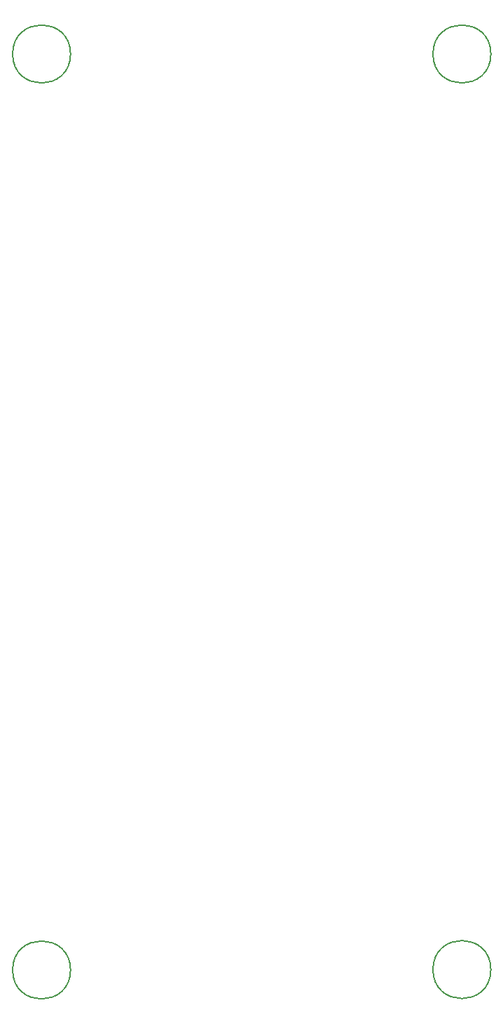
<source format=gbr>
%TF.GenerationSoftware,KiCad,Pcbnew,8.0.6*%
%TF.CreationDate,2025-03-02T16:11:29-08:00*%
%TF.ProjectId,dpx_faded_FP,6470785f-6661-4646-9564-5f46502e6b69,rev?*%
%TF.SameCoordinates,Original*%
%TF.FileFunction,Other,Comment*%
%FSLAX46Y46*%
G04 Gerber Fmt 4.6, Leading zero omitted, Abs format (unit mm)*
G04 Created by KiCad (PCBNEW 8.0.6) date 2025-03-02 16:11:29*
%MOMM*%
%LPD*%
G01*
G04 APERTURE LIST*
%ADD10C,0.150000*%
G04 APERTURE END LIST*
D10*
%TO.C,REF\u002A\u002A*%
X113750000Y-171300000D02*
G75*
G02*
X106750000Y-171300000I-3500000J0D01*
G01*
X106750000Y-171300000D02*
G75*
G02*
X113750000Y-171300000I3500000J0D01*
G01*
X62950000Y-171350000D02*
G75*
G02*
X55950000Y-171350000I-3500000J0D01*
G01*
X55950000Y-171350000D02*
G75*
G02*
X62950000Y-171350000I3500000J0D01*
G01*
X113750000Y-60850000D02*
G75*
G02*
X106750000Y-60850000I-3500000J0D01*
G01*
X106750000Y-60850000D02*
G75*
G02*
X113750000Y-60850000I3500000J0D01*
G01*
X62950000Y-60850000D02*
G75*
G02*
X55950000Y-60850000I-3500000J0D01*
G01*
X55950000Y-60850000D02*
G75*
G02*
X62950000Y-60850000I3500000J0D01*
G01*
%TD*%
M02*

</source>
